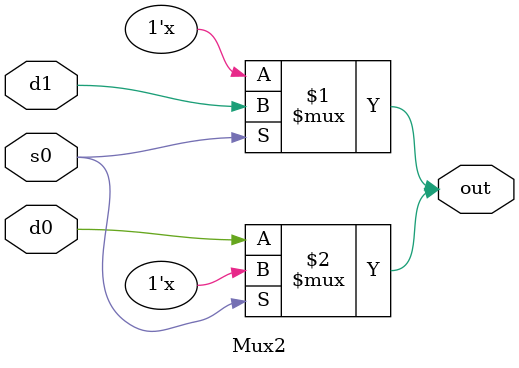
<source format=v>
module Mux2 (d0,d1,s0,out);
	input d0,d1,s0;
	output out;
	tri out;
	bufif1 (out,d1,s0);
	bufif0 (out,d0,s0);
endmodule

</source>
